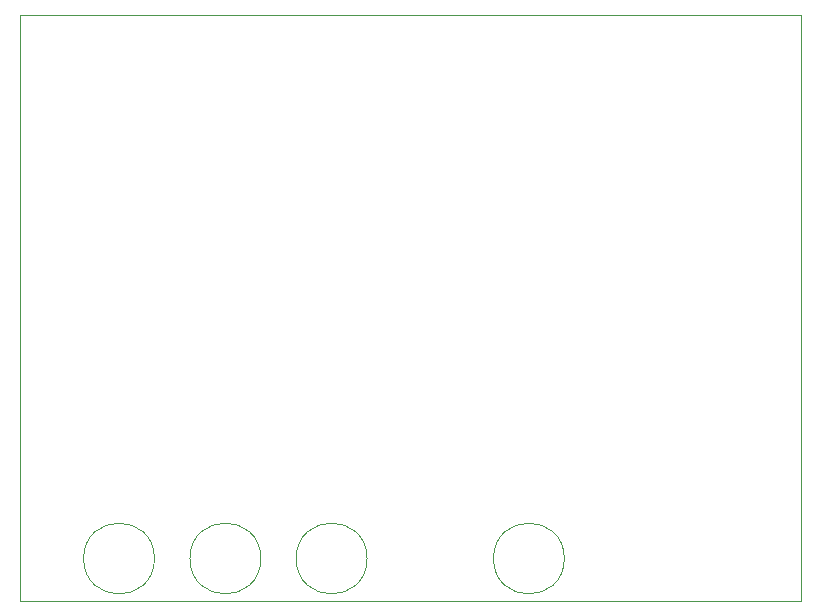
<source format=gbr>
%TF.GenerationSoftware,KiCad,Pcbnew,(5.1.6)-1*%
%TF.CreationDate,2020-10-06T21:24:19+08:00*%
%TF.ProjectId,esp32,65737033-322e-46b6-9963-61645f706362,rev?*%
%TF.SameCoordinates,Original*%
%TF.FileFunction,Profile,NP*%
%FSLAX46Y46*%
G04 Gerber Fmt 4.6, Leading zero omitted, Abs format (unit mm)*
G04 Created by KiCad (PCBNEW (5.1.6)-1) date 2020-10-06 21:24:19*
%MOMM*%
%LPD*%
G01*
G04 APERTURE LIST*
%TA.AperFunction,Profile*%
%ADD10C,0.050000*%
%TD*%
G04 APERTURE END LIST*
D10*
X146500000Y-67200000D02*
G75*
G03*
X146500000Y-67200000I-3000000J0D01*
G01*
X163200000Y-67200000D02*
G75*
G03*
X163200000Y-67200000I-3000000J0D01*
G01*
X137500000Y-67200000D02*
G75*
G03*
X137500000Y-67200000I-3000000J0D01*
G01*
X128500000Y-67200000D02*
G75*
G03*
X128500000Y-67200000I-3000000J0D01*
G01*
X183100000Y-70800000D02*
X183200000Y-70800000D01*
X183200000Y-65100000D02*
X183200000Y-70800000D01*
X117100000Y-70800000D02*
X183100000Y-70800000D01*
X117100000Y-21200000D02*
X117100000Y-70800000D01*
X183200000Y-21200000D02*
X117100000Y-21200000D01*
X183200000Y-65100000D02*
X183200000Y-21200000D01*
M02*

</source>
